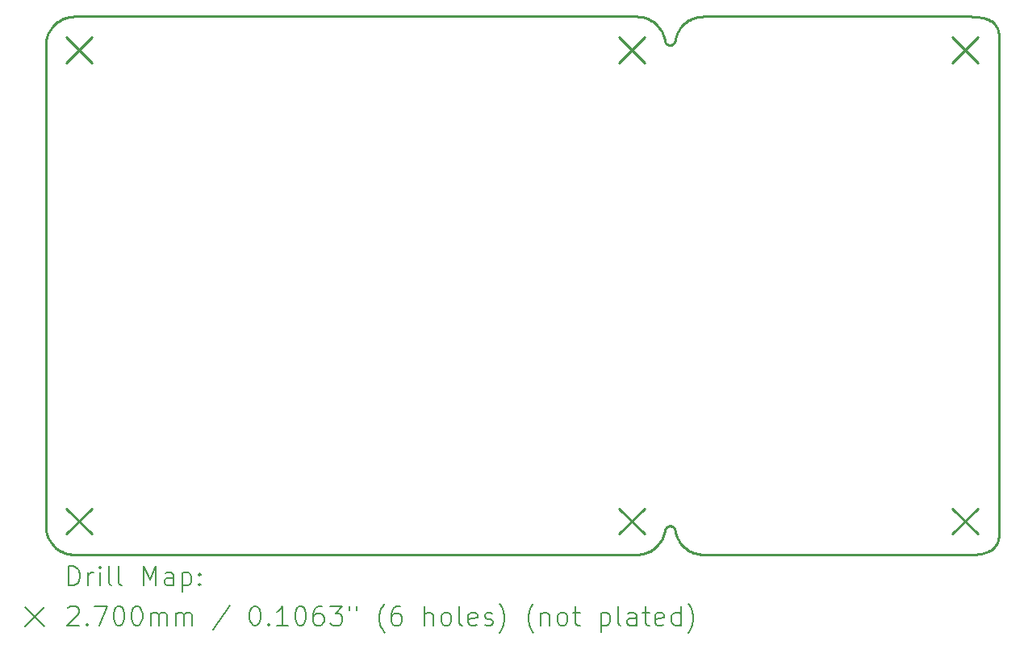
<source format=gbr>
%TF.GenerationSoftware,KiCad,Pcbnew,6.0.7-1.fc36*%
%TF.CreationDate,2022-08-13T19:35:49+02:00*%
%TF.ProjectId,drahtlos_klingel,64726168-746c-46f7-935f-6b6c696e6765,rev?*%
%TF.SameCoordinates,Original*%
%TF.FileFunction,Drillmap*%
%TF.FilePolarity,Positive*%
%FSLAX45Y45*%
G04 Gerber Fmt 4.5, Leading zero omitted, Abs format (unit mm)*
G04 Created by KiCad (PCBNEW 6.0.7-1.fc36) date 2022-08-13 19:35:49*
%MOMM*%
%LPD*%
G01*
G04 APERTURE LIST*
%ADD10C,0.264583*%
%ADD11C,0.200000*%
%ADD12C,0.270000*%
G04 APERTURE END LIST*
D10*
X9352581Y-7649471D02*
X9355123Y-7649650D01*
X9288059Y-2515099D02*
X9284018Y-2502290D01*
X9398884Y-7680267D02*
X9399880Y-7682483D01*
X9165669Y-7899807D02*
X9176440Y-7892337D01*
X3084517Y-7949008D02*
X3100000Y-7949397D01*
X9345101Y-7649631D02*
X9347540Y-7649466D01*
X9131387Y-7919361D02*
X9143129Y-7913333D01*
X9307263Y-2578383D02*
X9305885Y-2576521D01*
X9395335Y-2574841D02*
X9393975Y-2576825D01*
X9403720Y-2551838D02*
X9403713Y-2551901D01*
X2920284Y-7889949D02*
X2932041Y-7898298D01*
X9143128Y-2335462D02*
X9131387Y-2329433D01*
X2908958Y-7881058D02*
X2920284Y-7889949D01*
X9374021Y-7655017D02*
X9376164Y-7656141D01*
X9241222Y-7828141D02*
X9248793Y-7817436D01*
X12776498Y-2408907D02*
X12770506Y-2398796D01*
X9524968Y-2355859D02*
X9514594Y-2363690D01*
X3024854Y-7939984D02*
X3039392Y-7943323D01*
X9255901Y-2442407D02*
X9248793Y-2431359D01*
X9401576Y-2561727D02*
X9400778Y-2564044D01*
X9504575Y-2371953D02*
X9494926Y-2380634D01*
X9331189Y-2596017D02*
X9329014Y-2595154D01*
X9378248Y-2591439D02*
X9376163Y-2592654D01*
X12740553Y-7884776D02*
X12748901Y-7876906D01*
X9403710Y-7696833D02*
X9403714Y-7696899D01*
X9396609Y-7676000D02*
X9397793Y-7678105D01*
X9558094Y-7913698D02*
X9569757Y-7919661D01*
X9014073Y-2299718D02*
X9000000Y-2299397D01*
X9402858Y-2556959D02*
X9402270Y-2559365D01*
X2800000Y-2599397D02*
X2800000Y-2599397D01*
X12798459Y-7766289D02*
X12799614Y-7751743D01*
X9241222Y-2420654D02*
X9233202Y-2410304D01*
X9700000Y-2299397D02*
X9700000Y-2299397D01*
X9606421Y-2314310D02*
X9593934Y-2318727D01*
X9248793Y-2431359D02*
X9241222Y-2420654D01*
X2887675Y-7861722D02*
X2898083Y-7871643D01*
X2823503Y-2482407D02*
X2818146Y-2496041D01*
X9055213Y-2304425D02*
X9041694Y-2302246D01*
X12643226Y-2315298D02*
X12630287Y-2312097D01*
X12712325Y-2343517D02*
X12701918Y-2337674D01*
X12800003Y-5124398D02*
X12800003Y-5124398D01*
X2996644Y-7931251D02*
X3010598Y-7935954D01*
X9262534Y-7795013D02*
X9268675Y-7783322D01*
X9700000Y-2299397D02*
X9686066Y-2299716D01*
X9476792Y-7849602D02*
X9485661Y-7859077D01*
X9403708Y-7696767D02*
X9403708Y-7696767D01*
X2829495Y-7779684D02*
X2836105Y-7792623D01*
X9494926Y-7868162D02*
X9504575Y-7876843D01*
X9335672Y-2597462D02*
X9333409Y-2596787D01*
X9304585Y-7674197D02*
X9305885Y-7672274D01*
X9206590Y-2381530D02*
X9196915Y-2372743D01*
X9119350Y-7924881D02*
X9131387Y-7919361D01*
X9581708Y-7925123D02*
X9593934Y-7930069D01*
X9297262Y-7691488D02*
X9297855Y-7689163D01*
X9027976Y-2300673D02*
X9014073Y-2299718D01*
X9206590Y-7867265D02*
X9215872Y-7858067D01*
X9288059Y-7733696D02*
X9291540Y-7720642D01*
X9324807Y-2593157D02*
X9322781Y-2592029D01*
X9186860Y-2364380D02*
X9176440Y-2356458D01*
X9268675Y-2465472D02*
X9262533Y-2453782D01*
X9274312Y-7771332D02*
X9279431Y-7759055D01*
X9384130Y-2587271D02*
X9382235Y-2588745D01*
X9324808Y-7655637D02*
X9326886Y-7654595D01*
X9385958Y-2585717D02*
X9384130Y-2587271D01*
X9313508Y-2585178D02*
X9311842Y-2583582D01*
X9311842Y-2583582D02*
X9310244Y-2581916D01*
X12655790Y-2318906D02*
X12643226Y-2315298D01*
X9382235Y-7660049D02*
X9384131Y-7661523D01*
X9317036Y-7660644D02*
X9318893Y-7659271D01*
X9396609Y-2572795D02*
X9395335Y-2574841D01*
X2800000Y-7649397D02*
X2800389Y-7664881D01*
X9196915Y-2372743D02*
X9186860Y-2364380D01*
X9403740Y-7697093D02*
X9403752Y-7697155D01*
X9331190Y-7652778D02*
X9333410Y-7652008D01*
X9308718Y-7668613D02*
X9310245Y-7666879D01*
X9248793Y-7817436D02*
X9255902Y-7806388D01*
X12756689Y-7868495D02*
X12763896Y-7859531D01*
X3100000Y-7949397D02*
X3100000Y-7949397D01*
X12500000Y-7949398D02*
X12500000Y-7949398D01*
X9081602Y-7938252D02*
X9094443Y-7934340D01*
X2813443Y-2509995D02*
X2809413Y-2524251D01*
X9546732Y-7907247D02*
X9558094Y-7913698D01*
X12786558Y-7817872D02*
X12790589Y-7805940D01*
X9337975Y-7650755D02*
X9340316Y-7650277D01*
X9403707Y-2552028D02*
X9403338Y-2554512D01*
X9186860Y-7884414D02*
X9196915Y-7876052D01*
X9398884Y-2568528D02*
X9397793Y-2570690D01*
X9347540Y-2599328D02*
X9345100Y-2599164D01*
X9367273Y-2596571D02*
X9364926Y-2597301D01*
X12790589Y-7805940D02*
X12793928Y-7793374D01*
X12691042Y-7916490D02*
X12701918Y-7911121D01*
X12770506Y-7850000D02*
X12776498Y-7839889D01*
X9426959Y-7773526D02*
X9432670Y-7785341D01*
X9360102Y-2598444D02*
X9357630Y-2598851D01*
X9409302Y-7723620D02*
X9412911Y-7736465D01*
X9296766Y-2554941D02*
X9296766Y-2554941D01*
X2920284Y-2358845D02*
X2908958Y-2367737D01*
X9301173Y-2568489D02*
X9300206Y-2566346D01*
X2983009Y-2322900D02*
X2969713Y-2328893D01*
X9305885Y-2576521D02*
X9304584Y-2574598D01*
X9081602Y-2310543D02*
X9068521Y-2307195D01*
X9296766Y-2554941D02*
X9294447Y-2541438D01*
X9329015Y-7653641D02*
X9331190Y-7652778D01*
X12616991Y-7939506D02*
X12643226Y-7933498D01*
X9417065Y-2499722D02*
X9412910Y-2512331D01*
X9403707Y-2552028D02*
X9403707Y-2552028D01*
X9342691Y-2598893D02*
X9340315Y-2598517D01*
X9376163Y-2592654D02*
X9374021Y-2593777D01*
X9397793Y-2570690D02*
X9396609Y-2572795D01*
X9403708Y-7696767D02*
X9403708Y-7696800D01*
X9460298Y-7829538D02*
X9468333Y-7839751D01*
X2932041Y-2350497D02*
X2920284Y-2358845D01*
X9297261Y-2557307D02*
X9296766Y-2554941D01*
X9546732Y-2341549D02*
X9535685Y-2348474D01*
X2956774Y-7913293D02*
X2969713Y-7919902D01*
X9279431Y-2489740D02*
X9274312Y-2477463D01*
X9445554Y-2440716D02*
X9438873Y-2451932D01*
X9215872Y-7858067D02*
X9224748Y-7848470D01*
X9224748Y-2400324D02*
X9215872Y-2390728D01*
X9296767Y-7693854D02*
X9297262Y-7691488D01*
X3039392Y-7943323D02*
X3054194Y-7945953D01*
X9403708Y-7696800D02*
X9403710Y-7696833D01*
X12530758Y-2299962D02*
X12500000Y-2299397D01*
X9176440Y-7892337D02*
X9186860Y-7884414D01*
X3010598Y-2312841D02*
X2996644Y-2317544D01*
X2800000Y-2599397D02*
X2800000Y-5124398D01*
X9362535Y-7650868D02*
X9364926Y-7651494D01*
X9412911Y-7736465D02*
X9417066Y-7749074D01*
X12800003Y-2512287D02*
X12799614Y-2497053D01*
X9403714Y-7696899D02*
X9403721Y-7696964D01*
X9094443Y-2314455D02*
X9081602Y-2310543D01*
X9294447Y-7707356D02*
X9296767Y-7693854D01*
X9041694Y-7946549D02*
X9055213Y-7944370D01*
X9352580Y-2599324D02*
X9350008Y-2599384D01*
X9233202Y-2410304D02*
X9224748Y-2400324D01*
X12589402Y-2304802D02*
X12560608Y-2301728D01*
X2836105Y-7792623D02*
X2843312Y-7805187D01*
X9417066Y-7749074D02*
X9421753Y-7761432D01*
X9452701Y-7818976D02*
X9460298Y-7829538D01*
X2996644Y-2317544D02*
X2983009Y-2322900D01*
X12701918Y-2337674D02*
X12691042Y-2332305D01*
X2800000Y-7649397D02*
X2800000Y-7649397D01*
X9403740Y-2551711D02*
X9403729Y-2551774D01*
X9402270Y-2559365D02*
X9401576Y-2561727D01*
X12589402Y-7943994D02*
X12616991Y-7939506D01*
X9485660Y-2389719D02*
X9476791Y-2399194D01*
X9380273Y-7658659D02*
X9382235Y-7660049D01*
X2898083Y-7871643D02*
X2908958Y-7881058D01*
X12793928Y-2455421D02*
X12790589Y-2442856D01*
X12560608Y-7947068D02*
X12589402Y-7943994D01*
X12781855Y-7829184D02*
X12786558Y-7817872D01*
X9310244Y-2581916D02*
X9308717Y-2580182D01*
X2944211Y-7906085D02*
X2956774Y-7913293D01*
X2801543Y-7680155D02*
X2803444Y-7695203D01*
X9000000Y-2299397D02*
X3100000Y-2299397D01*
X9320809Y-7657978D02*
X9322781Y-7656766D01*
X9268675Y-7783322D02*
X9274312Y-7771332D01*
X9360103Y-7650351D02*
X9362535Y-7650868D01*
X9645313Y-2304379D02*
X9632124Y-2307122D01*
X12799614Y-7751743D02*
X12800003Y-7736509D01*
X9299330Y-2564154D02*
X9298545Y-2561916D01*
X3054194Y-2302842D02*
X3039392Y-2305471D01*
X12530758Y-7948833D02*
X12560608Y-7947068D01*
X2851100Y-2431438D02*
X2843312Y-2443608D01*
X9296767Y-7693854D02*
X9296767Y-7693854D01*
X9494926Y-2380634D02*
X9485660Y-2389719D01*
X12770506Y-2398796D02*
X12763896Y-2389265D01*
X9406253Y-2538244D02*
X9403777Y-2551521D01*
X9412910Y-2512331D02*
X9409302Y-2525176D01*
X12781855Y-2419612D02*
X12776498Y-2408907D01*
X9672297Y-2300661D02*
X9658709Y-2302220D01*
X2859448Y-2419681D02*
X2851100Y-2431438D01*
X9393975Y-7671970D02*
X9395336Y-7673954D01*
X9387714Y-2584084D02*
X9385958Y-2585717D01*
X9304584Y-2574598D02*
X9303364Y-2572617D01*
X9311842Y-7665213D02*
X9313508Y-7663617D01*
X9645313Y-7944417D02*
X9658709Y-7946576D01*
X9262533Y-2453782D02*
X9255901Y-2442407D01*
X12630287Y-2312097D02*
X12616991Y-2309289D01*
X9315240Y-2586702D02*
X9313508Y-2585178D01*
X9438873Y-7796864D02*
X9445555Y-7808080D01*
X9485661Y-7859077D02*
X9494926Y-7868162D01*
X9274312Y-2477463D02*
X9268675Y-2465472D01*
X9421753Y-7761432D02*
X9426959Y-7773526D01*
X9320808Y-2590817D02*
X9318892Y-2589524D01*
X9000000Y-7949397D02*
X9000000Y-7949397D01*
X9301173Y-7680306D02*
X9302226Y-7678215D01*
X9300207Y-7682449D02*
X9301173Y-7680306D01*
X9367273Y-7652224D02*
X9369573Y-7653056D01*
X3100000Y-2299397D02*
X3100000Y-2299397D01*
X2868339Y-7840439D02*
X2877754Y-7851315D01*
X12731661Y-2356676D02*
X12722246Y-2349847D01*
X9364926Y-7651494D02*
X9367273Y-7652224D01*
X9300206Y-2566346D02*
X9299330Y-2564154D01*
X9369573Y-2595738D02*
X9367273Y-2596571D01*
X9299330Y-7684641D02*
X9300207Y-7682449D01*
X9402271Y-7689430D02*
X9402859Y-7691836D01*
X9014073Y-7949076D02*
X9027976Y-7948122D01*
X9399880Y-7682483D02*
X9400778Y-7684751D01*
X12740553Y-2364020D02*
X12731661Y-2356676D01*
X9385958Y-7663078D02*
X9387714Y-7664710D01*
X12722246Y-7898949D02*
X12731661Y-7892119D01*
X9569757Y-7919661D02*
X9581708Y-7925123D01*
X9347540Y-7649466D02*
X9350008Y-7649411D01*
X9284018Y-7746505D02*
X9288059Y-7733696D01*
X9374021Y-2593777D02*
X9371823Y-2594806D01*
X9403339Y-7694282D02*
X9403708Y-7696767D01*
X9658709Y-7946576D02*
X9672297Y-7948134D01*
X12800003Y-5124398D02*
X12800003Y-2512287D01*
X2806074Y-7710006D02*
X2809413Y-7724544D01*
X9233202Y-7838491D02*
X9241222Y-7828141D01*
X12731661Y-7892119D02*
X12740553Y-7884776D01*
X9514594Y-2363690D02*
X9504575Y-2371953D01*
X9476791Y-2399194D02*
X9468332Y-2409045D01*
X9460297Y-2419258D02*
X9452700Y-2429820D01*
X12748901Y-7876906D02*
X12756689Y-7868495D01*
X9107030Y-2318916D02*
X9094443Y-2314455D01*
X9000000Y-2299397D02*
X9000000Y-2299397D01*
X2800389Y-2583914D02*
X2800000Y-2599397D01*
X9632124Y-2307122D02*
X9619156Y-2310438D01*
X9403777Y-2551521D02*
X9403752Y-2551648D01*
X2843312Y-7805187D02*
X2851100Y-7817356D01*
X9322781Y-2592029D02*
X9320808Y-2590817D01*
X12796558Y-2468634D02*
X12793928Y-2455421D01*
X9452700Y-2429820D02*
X9445554Y-2440716D01*
X2868339Y-2408356D02*
X2859448Y-2419681D01*
X2809413Y-2524251D02*
X2806074Y-2538789D01*
X9305885Y-7672274D02*
X9307264Y-7670412D01*
X9403338Y-2554512D02*
X9402858Y-2556959D01*
X9357630Y-2598851D02*
X9355122Y-2599145D01*
X2818146Y-7752754D02*
X2823503Y-7766388D01*
X9068521Y-7941600D02*
X9081602Y-7938252D01*
X3054194Y-7945953D02*
X3069242Y-7947854D01*
X9255902Y-7806388D02*
X9262534Y-7795013D01*
X12763896Y-7859531D02*
X12770506Y-7850000D01*
X9403713Y-2551901D02*
X9403709Y-2551964D01*
X12560608Y-2301728D02*
X12530758Y-2299962D01*
X9055213Y-7944370D02*
X9068521Y-7941600D01*
X12679716Y-2327396D02*
X12667959Y-2322935D01*
X9294447Y-2541438D02*
X9291540Y-2528153D01*
X9318893Y-7659271D02*
X9320809Y-7657978D01*
X9350008Y-7649411D02*
X9350008Y-7649411D01*
X3100000Y-7949397D02*
X9000000Y-7949397D01*
X9094443Y-7934340D02*
X9107030Y-7929879D01*
X2932041Y-7898298D02*
X2944211Y-7906085D01*
X9401576Y-7687067D02*
X9402271Y-7689430D01*
X9107030Y-7929879D02*
X9119350Y-7924881D01*
X9403708Y-2551996D02*
X9403707Y-2552028D01*
X9308717Y-2580182D02*
X9307263Y-2578383D01*
X9350008Y-2599384D02*
X9350008Y-2599384D01*
X9406254Y-7710552D02*
X9409302Y-7723620D01*
X3100000Y-2299397D02*
X3084517Y-2299786D01*
X2829495Y-2469111D02*
X2823503Y-2482407D01*
X9378249Y-7657356D02*
X9380273Y-7658659D01*
X9426958Y-2475270D02*
X9421752Y-2487364D01*
X2887675Y-2387072D02*
X2877754Y-2397480D01*
X2843312Y-2443608D02*
X2836105Y-2456172D01*
X2969713Y-7919902D02*
X2983009Y-7925894D01*
X9403709Y-2551964D02*
X9403708Y-2551996D01*
X2803444Y-7695203D02*
X2806074Y-7710006D01*
X9000000Y-7949397D02*
X9014073Y-7949076D01*
X9393975Y-2576825D02*
X9392530Y-2578743D01*
X12748901Y-2371890D02*
X12740553Y-2364020D01*
X9432670Y-7785341D02*
X9438873Y-7796864D01*
X2806074Y-2538789D02*
X2803444Y-2553591D01*
X9027976Y-7948122D02*
X9041694Y-7946549D01*
X9686066Y-2299716D02*
X9672297Y-2300661D01*
X9581708Y-2323673D02*
X9569756Y-2329135D01*
X9445555Y-7808080D02*
X9452701Y-7818976D01*
X9317035Y-2588151D02*
X9315240Y-2586702D01*
X9196915Y-7876052D02*
X9206590Y-7867265D01*
X9297855Y-2559632D02*
X9297261Y-2557307D01*
X9382235Y-2588745D02*
X9380273Y-2590135D01*
X9279431Y-7759055D02*
X9284018Y-7746505D01*
X12667959Y-7925861D02*
X12691042Y-7916490D01*
X9165669Y-2348987D02*
X9154561Y-2341984D01*
X9468333Y-7839751D02*
X9476792Y-7849602D01*
X12500000Y-7949398D02*
X12530758Y-7948833D01*
X12500000Y-2299397D02*
X9700000Y-2299397D01*
X9384131Y-7661523D02*
X9385958Y-7663078D01*
X9154561Y-7906811D02*
X9165669Y-7899807D01*
X12763896Y-2389265D02*
X12756689Y-2380301D01*
X9569756Y-2329135D02*
X9558093Y-2335098D01*
X9176440Y-2356458D02*
X9165669Y-2348987D01*
X9400778Y-7684751D02*
X9401576Y-7687067D01*
X9371823Y-7653988D02*
X9374021Y-7655017D01*
X9399880Y-2566311D02*
X9398884Y-2568528D01*
X12798459Y-2482507D02*
X12796558Y-2468634D01*
X9335673Y-7651332D02*
X9337975Y-7650755D01*
X9432669Y-2463455D02*
X9426958Y-2475270D01*
X2836105Y-2456172D02*
X2829495Y-2469111D01*
X9619156Y-7938358D02*
X9632124Y-7941673D01*
X9593934Y-7930069D02*
X9606421Y-7934485D01*
X12667959Y-2322935D02*
X12655790Y-2318906D01*
X12800003Y-7736509D02*
X12800003Y-7736509D01*
X12691042Y-2332305D02*
X12679716Y-2327396D01*
X3010598Y-7935954D02*
X3024854Y-7939984D01*
X12799614Y-2497053D02*
X12798459Y-2482507D01*
X12796558Y-7780162D02*
X12798459Y-7766289D01*
X2877754Y-7851315D02*
X2887675Y-7861722D01*
X12500000Y-2299397D02*
X12500000Y-2299397D01*
X9376164Y-7656141D02*
X9378249Y-7657356D01*
X12616991Y-2309289D02*
X12589402Y-2304802D01*
X9369573Y-7653056D02*
X9371823Y-7653988D01*
X2983009Y-7925894D02*
X2996644Y-7931251D01*
X9392530Y-7670051D02*
X9393975Y-7671970D01*
X9403752Y-7697155D02*
X9403765Y-7697216D01*
X9350008Y-7649411D02*
X9352581Y-7649471D01*
X9298545Y-2561916D02*
X9297855Y-2559632D01*
X9355123Y-7649650D02*
X9357631Y-7649944D01*
X9392530Y-2578743D02*
X9391003Y-2580595D01*
X9154561Y-2341984D02*
X9143128Y-2335462D01*
X9143129Y-7913333D02*
X9154561Y-7906811D01*
X9307264Y-7670412D02*
X9308718Y-7668613D01*
X2969713Y-2328893D02*
X2956774Y-2335502D01*
X9068521Y-2307195D02*
X9055213Y-2304425D01*
X9313508Y-7663617D02*
X9315240Y-7662093D01*
X2809413Y-7724544D02*
X2813443Y-7738799D01*
X9357631Y-7649944D02*
X9360103Y-7650351D01*
X9333410Y-7652008D02*
X9335673Y-7651332D01*
X9524969Y-7892937D02*
X9535686Y-7900321D01*
X3069242Y-7947854D02*
X3084517Y-7949008D01*
X2956774Y-2335502D02*
X2944211Y-2342710D01*
X9400778Y-2564044D02*
X9399880Y-2566311D01*
X2877754Y-2397480D02*
X2868339Y-2408356D01*
X9224748Y-7848470D02*
X9233202Y-7838491D01*
X9658709Y-2302220D02*
X9645313Y-2304379D01*
X2823503Y-7766388D02*
X2829495Y-7779684D01*
X9504575Y-7876843D02*
X9514594Y-7885106D01*
X9672297Y-7948134D02*
X9686066Y-7949080D01*
X9302226Y-2570580D02*
X9301173Y-2568489D01*
X9364926Y-2597301D02*
X9362535Y-2597926D01*
X2800389Y-7664881D02*
X2801543Y-7680155D01*
X9438873Y-2451932D02*
X9432669Y-2463455D01*
X2803444Y-2553591D02*
X2801543Y-2568639D01*
X9310245Y-7666879D02*
X9311842Y-7665213D01*
X9468332Y-2409045D02*
X9460297Y-2419258D01*
X2813443Y-7738799D02*
X2818146Y-7752754D01*
X9606421Y-7934485D02*
X9619156Y-7938358D01*
X3024854Y-2308810D02*
X3010598Y-2312841D01*
X9403721Y-7696964D02*
X9403730Y-7697029D01*
X9395336Y-7673954D02*
X9396609Y-7676000D01*
X9302226Y-7678215D02*
X9303364Y-7676178D01*
X12756689Y-2380301D02*
X12748901Y-2371890D01*
X9303364Y-2572617D02*
X9302226Y-2570580D01*
X3084517Y-2299786D02*
X3069242Y-2300941D01*
X9342692Y-7649902D02*
X9345101Y-7649631D01*
X9387714Y-7664710D02*
X9389397Y-7666419D01*
X9350008Y-2599384D02*
X9347540Y-2599328D01*
X9041694Y-2302246D02*
X9027976Y-2300673D01*
X9326886Y-2594200D02*
X9324807Y-2593157D01*
X9403752Y-2551648D02*
X9403740Y-2551711D01*
X12722246Y-2349847D02*
X12712325Y-2343517D01*
X12712325Y-7905279D02*
X12722246Y-7898949D01*
X9403765Y-7697216D02*
X9403778Y-7697275D01*
X2800000Y-5124398D02*
X2800000Y-5124398D01*
X9686066Y-7949080D02*
X9700000Y-7949398D01*
X9329014Y-2595154D02*
X9326886Y-2594200D01*
X9337975Y-2598040D02*
X9335672Y-2597462D01*
X9700000Y-7949398D02*
X9700000Y-7949398D01*
X9340316Y-7650277D02*
X9342692Y-7649902D01*
X9403778Y-7697275D02*
X9406254Y-7710552D01*
X9535686Y-7900321D02*
X9546732Y-7907247D01*
X9131387Y-2329433D02*
X9119349Y-2323914D01*
X9284018Y-2502290D02*
X9279431Y-2489740D01*
X12643226Y-7933498D02*
X12667959Y-7925861D01*
X9409302Y-2525176D02*
X9406253Y-2538244D01*
X2801543Y-2568639D02*
X2800389Y-2583914D01*
X12800003Y-7736509D02*
X12800003Y-5124398D01*
X9700000Y-7949398D02*
X12500000Y-7949398D01*
X9322781Y-7656766D02*
X9324808Y-7655637D01*
X9403777Y-2551521D02*
X9403777Y-2551521D01*
X9402859Y-7691836D02*
X9403339Y-7694282D01*
X9291540Y-7720642D02*
X9294447Y-7707356D01*
X9119349Y-2323914D02*
X9107030Y-2318916D01*
X9326886Y-7654595D02*
X9329015Y-7653641D01*
X9403729Y-2551774D02*
X9403720Y-2551838D01*
X9297855Y-7689163D02*
X9298546Y-7686879D01*
X9535685Y-2348474D02*
X9524968Y-2355859D01*
X2800000Y-5124398D02*
X2800000Y-7649397D01*
X9389397Y-2582376D02*
X9387714Y-2584084D01*
X9340315Y-2598517D02*
X9337975Y-2598040D01*
X9371823Y-2594806D02*
X9369573Y-2595738D01*
X9380273Y-2590135D02*
X9378248Y-2591439D01*
X9421752Y-2487364D02*
X9417065Y-2499722D01*
X9403730Y-7697029D02*
X9403740Y-7697093D01*
X9362535Y-2597926D02*
X9360102Y-2598444D01*
X2859448Y-7829113D02*
X2868339Y-7840439D01*
X9333409Y-2596787D02*
X9331189Y-2596017D01*
X12793928Y-7793374D02*
X12796558Y-7780162D01*
X9593934Y-2318727D02*
X9581708Y-2323673D01*
X9345100Y-2599164D02*
X9342691Y-2598893D01*
X9303364Y-7676178D02*
X9304585Y-7674197D01*
X2851100Y-7817356D02*
X2859448Y-7829113D01*
X9632124Y-7941673D02*
X9645313Y-7944417D01*
X2898083Y-2377152D02*
X2887675Y-2387072D01*
X12790589Y-2442856D02*
X12786558Y-2430924D01*
X9391003Y-7668200D02*
X9392530Y-7670051D01*
X9403778Y-7697275D02*
X9403778Y-7697275D01*
X12786558Y-2430924D02*
X12781855Y-2419612D01*
X9391003Y-2580595D02*
X9389397Y-2582376D01*
X9514594Y-7885106D02*
X9524969Y-7892937D01*
X2908958Y-2367737D02*
X2898083Y-2377152D01*
X12776498Y-7839889D02*
X12781855Y-7829184D01*
X9619156Y-2310438D02*
X9606421Y-2314310D01*
X9558093Y-2335098D02*
X9546732Y-2341549D01*
X3069242Y-2300941D02*
X3054194Y-2302842D01*
X9291540Y-2528153D02*
X9288059Y-2515099D01*
X9355122Y-2599145D02*
X9352580Y-2599324D01*
X9318892Y-2589524D02*
X9317035Y-2588151D01*
X9215872Y-2390728D02*
X9206590Y-2381530D01*
X2944211Y-2342710D02*
X2932041Y-2350497D01*
X9389397Y-7666419D02*
X9391003Y-7668200D01*
X9298546Y-7686879D02*
X9299330Y-7684641D01*
X12701918Y-7911121D02*
X12712325Y-7905279D01*
X9397793Y-7678105D02*
X9398884Y-7680267D01*
X9315240Y-7662093D02*
X9317036Y-7660644D01*
X2818146Y-2496041D02*
X2813443Y-2509995D01*
X3039392Y-2305471D02*
X3024854Y-2308810D01*
D11*
D12*
X3015000Y-2515000D02*
X3285000Y-2785000D01*
X3285000Y-2515000D02*
X3015000Y-2785000D01*
X3015000Y-7465000D02*
X3285000Y-7735000D01*
X3285000Y-7465000D02*
X3015000Y-7735000D01*
X8815000Y-2515000D02*
X9085000Y-2785000D01*
X9085000Y-2515000D02*
X8815000Y-2785000D01*
X8815000Y-7465000D02*
X9085000Y-7735000D01*
X9085000Y-7465000D02*
X8815000Y-7735000D01*
X12315000Y-2515000D02*
X12585000Y-2785000D01*
X12585000Y-2515000D02*
X12315000Y-2785000D01*
X12315000Y-7465000D02*
X12585000Y-7735000D01*
X12585000Y-7465000D02*
X12315000Y-7735000D01*
D11*
X3044390Y-8273104D02*
X3044390Y-8073104D01*
X3092009Y-8073104D01*
X3120580Y-8082627D01*
X3139628Y-8101675D01*
X3149152Y-8120723D01*
X3158676Y-8158818D01*
X3158676Y-8187389D01*
X3149152Y-8225485D01*
X3139628Y-8244532D01*
X3120580Y-8263580D01*
X3092009Y-8273104D01*
X3044390Y-8273104D01*
X3244390Y-8273104D02*
X3244390Y-8139770D01*
X3244390Y-8177865D02*
X3253914Y-8158818D01*
X3263437Y-8149294D01*
X3282485Y-8139770D01*
X3301533Y-8139770D01*
X3368199Y-8273104D02*
X3368199Y-8139770D01*
X3368199Y-8073104D02*
X3358676Y-8082627D01*
X3368199Y-8092151D01*
X3377723Y-8082627D01*
X3368199Y-8073104D01*
X3368199Y-8092151D01*
X3492009Y-8273104D02*
X3472961Y-8263580D01*
X3463437Y-8244532D01*
X3463437Y-8073104D01*
X3596771Y-8273104D02*
X3577723Y-8263580D01*
X3568199Y-8244532D01*
X3568199Y-8073104D01*
X3825342Y-8273104D02*
X3825342Y-8073104D01*
X3892009Y-8215961D01*
X3958676Y-8073104D01*
X3958676Y-8273104D01*
X4139628Y-8273104D02*
X4139628Y-8168342D01*
X4130104Y-8149294D01*
X4111057Y-8139770D01*
X4072961Y-8139770D01*
X4053914Y-8149294D01*
X4139628Y-8263580D02*
X4120580Y-8273104D01*
X4072961Y-8273104D01*
X4053914Y-8263580D01*
X4044390Y-8244532D01*
X4044390Y-8225485D01*
X4053914Y-8206437D01*
X4072961Y-8196913D01*
X4120580Y-8196913D01*
X4139628Y-8187389D01*
X4234866Y-8139770D02*
X4234866Y-8339770D01*
X4234866Y-8149294D02*
X4253914Y-8139770D01*
X4292009Y-8139770D01*
X4311057Y-8149294D01*
X4320580Y-8158818D01*
X4330104Y-8177865D01*
X4330104Y-8235008D01*
X4320580Y-8254056D01*
X4311057Y-8263580D01*
X4292009Y-8273104D01*
X4253914Y-8273104D01*
X4234866Y-8263580D01*
X4415819Y-8254056D02*
X4425342Y-8263580D01*
X4415819Y-8273104D01*
X4406295Y-8263580D01*
X4415819Y-8254056D01*
X4415819Y-8273104D01*
X4415819Y-8149294D02*
X4425342Y-8158818D01*
X4415819Y-8168342D01*
X4406295Y-8158818D01*
X4415819Y-8149294D01*
X4415819Y-8168342D01*
X2586771Y-8502628D02*
X2786771Y-8702628D01*
X2786771Y-8502628D02*
X2586771Y-8702628D01*
X3034866Y-8512151D02*
X3044390Y-8502628D01*
X3063437Y-8493104D01*
X3111057Y-8493104D01*
X3130104Y-8502628D01*
X3139628Y-8512151D01*
X3149152Y-8531199D01*
X3149152Y-8550247D01*
X3139628Y-8578818D01*
X3025342Y-8693104D01*
X3149152Y-8693104D01*
X3234866Y-8674056D02*
X3244390Y-8683580D01*
X3234866Y-8693104D01*
X3225342Y-8683580D01*
X3234866Y-8674056D01*
X3234866Y-8693104D01*
X3311057Y-8493104D02*
X3444390Y-8493104D01*
X3358676Y-8693104D01*
X3558676Y-8493104D02*
X3577723Y-8493104D01*
X3596771Y-8502628D01*
X3606295Y-8512151D01*
X3615818Y-8531199D01*
X3625342Y-8569294D01*
X3625342Y-8616913D01*
X3615818Y-8655008D01*
X3606295Y-8674056D01*
X3596771Y-8683580D01*
X3577723Y-8693104D01*
X3558676Y-8693104D01*
X3539628Y-8683580D01*
X3530104Y-8674056D01*
X3520580Y-8655008D01*
X3511057Y-8616913D01*
X3511057Y-8569294D01*
X3520580Y-8531199D01*
X3530104Y-8512151D01*
X3539628Y-8502628D01*
X3558676Y-8493104D01*
X3749152Y-8493104D02*
X3768199Y-8493104D01*
X3787247Y-8502628D01*
X3796771Y-8512151D01*
X3806295Y-8531199D01*
X3815818Y-8569294D01*
X3815818Y-8616913D01*
X3806295Y-8655008D01*
X3796771Y-8674056D01*
X3787247Y-8683580D01*
X3768199Y-8693104D01*
X3749152Y-8693104D01*
X3730104Y-8683580D01*
X3720580Y-8674056D01*
X3711057Y-8655008D01*
X3701533Y-8616913D01*
X3701533Y-8569294D01*
X3711057Y-8531199D01*
X3720580Y-8512151D01*
X3730104Y-8502628D01*
X3749152Y-8493104D01*
X3901533Y-8693104D02*
X3901533Y-8559770D01*
X3901533Y-8578818D02*
X3911057Y-8569294D01*
X3930104Y-8559770D01*
X3958676Y-8559770D01*
X3977723Y-8569294D01*
X3987247Y-8588342D01*
X3987247Y-8693104D01*
X3987247Y-8588342D02*
X3996771Y-8569294D01*
X4015818Y-8559770D01*
X4044390Y-8559770D01*
X4063437Y-8569294D01*
X4072961Y-8588342D01*
X4072961Y-8693104D01*
X4168199Y-8693104D02*
X4168199Y-8559770D01*
X4168199Y-8578818D02*
X4177723Y-8569294D01*
X4196771Y-8559770D01*
X4225342Y-8559770D01*
X4244390Y-8569294D01*
X4253914Y-8588342D01*
X4253914Y-8693104D01*
X4253914Y-8588342D02*
X4263438Y-8569294D01*
X4282485Y-8559770D01*
X4311057Y-8559770D01*
X4330104Y-8569294D01*
X4339628Y-8588342D01*
X4339628Y-8693104D01*
X4730104Y-8483580D02*
X4558676Y-8740723D01*
X4987247Y-8493104D02*
X5006295Y-8493104D01*
X5025342Y-8502628D01*
X5034866Y-8512151D01*
X5044390Y-8531199D01*
X5053914Y-8569294D01*
X5053914Y-8616913D01*
X5044390Y-8655008D01*
X5034866Y-8674056D01*
X5025342Y-8683580D01*
X5006295Y-8693104D01*
X4987247Y-8693104D01*
X4968199Y-8683580D01*
X4958676Y-8674056D01*
X4949152Y-8655008D01*
X4939628Y-8616913D01*
X4939628Y-8569294D01*
X4949152Y-8531199D01*
X4958676Y-8512151D01*
X4968199Y-8502628D01*
X4987247Y-8493104D01*
X5139628Y-8674056D02*
X5149152Y-8683580D01*
X5139628Y-8693104D01*
X5130104Y-8683580D01*
X5139628Y-8674056D01*
X5139628Y-8693104D01*
X5339628Y-8693104D02*
X5225342Y-8693104D01*
X5282485Y-8693104D02*
X5282485Y-8493104D01*
X5263438Y-8521675D01*
X5244390Y-8540723D01*
X5225342Y-8550247D01*
X5463438Y-8493104D02*
X5482485Y-8493104D01*
X5501533Y-8502628D01*
X5511057Y-8512151D01*
X5520580Y-8531199D01*
X5530104Y-8569294D01*
X5530104Y-8616913D01*
X5520580Y-8655008D01*
X5511057Y-8674056D01*
X5501533Y-8683580D01*
X5482485Y-8693104D01*
X5463438Y-8693104D01*
X5444390Y-8683580D01*
X5434866Y-8674056D01*
X5425342Y-8655008D01*
X5415819Y-8616913D01*
X5415819Y-8569294D01*
X5425342Y-8531199D01*
X5434866Y-8512151D01*
X5444390Y-8502628D01*
X5463438Y-8493104D01*
X5701533Y-8493104D02*
X5663437Y-8493104D01*
X5644390Y-8502628D01*
X5634866Y-8512151D01*
X5615818Y-8540723D01*
X5606295Y-8578818D01*
X5606295Y-8655008D01*
X5615818Y-8674056D01*
X5625342Y-8683580D01*
X5644390Y-8693104D01*
X5682485Y-8693104D01*
X5701533Y-8683580D01*
X5711057Y-8674056D01*
X5720580Y-8655008D01*
X5720580Y-8607389D01*
X5711057Y-8588342D01*
X5701533Y-8578818D01*
X5682485Y-8569294D01*
X5644390Y-8569294D01*
X5625342Y-8578818D01*
X5615818Y-8588342D01*
X5606295Y-8607389D01*
X5787247Y-8493104D02*
X5911057Y-8493104D01*
X5844390Y-8569294D01*
X5872961Y-8569294D01*
X5892009Y-8578818D01*
X5901533Y-8588342D01*
X5911057Y-8607389D01*
X5911057Y-8655008D01*
X5901533Y-8674056D01*
X5892009Y-8683580D01*
X5872961Y-8693104D01*
X5815818Y-8693104D01*
X5796771Y-8683580D01*
X5787247Y-8674056D01*
X5987247Y-8493104D02*
X5987247Y-8531199D01*
X6063437Y-8493104D02*
X6063437Y-8531199D01*
X6358676Y-8769294D02*
X6349152Y-8759770D01*
X6330104Y-8731199D01*
X6320580Y-8712151D01*
X6311057Y-8683580D01*
X6301533Y-8635961D01*
X6301533Y-8597866D01*
X6311057Y-8550247D01*
X6320580Y-8521675D01*
X6330104Y-8502628D01*
X6349152Y-8474056D01*
X6358676Y-8464532D01*
X6520580Y-8493104D02*
X6482485Y-8493104D01*
X6463437Y-8502628D01*
X6453914Y-8512151D01*
X6434866Y-8540723D01*
X6425342Y-8578818D01*
X6425342Y-8655008D01*
X6434866Y-8674056D01*
X6444390Y-8683580D01*
X6463437Y-8693104D01*
X6501533Y-8693104D01*
X6520580Y-8683580D01*
X6530104Y-8674056D01*
X6539628Y-8655008D01*
X6539628Y-8607389D01*
X6530104Y-8588342D01*
X6520580Y-8578818D01*
X6501533Y-8569294D01*
X6463437Y-8569294D01*
X6444390Y-8578818D01*
X6434866Y-8588342D01*
X6425342Y-8607389D01*
X6777723Y-8693104D02*
X6777723Y-8493104D01*
X6863437Y-8693104D02*
X6863437Y-8588342D01*
X6853914Y-8569294D01*
X6834866Y-8559770D01*
X6806295Y-8559770D01*
X6787247Y-8569294D01*
X6777723Y-8578818D01*
X6987247Y-8693104D02*
X6968199Y-8683580D01*
X6958676Y-8674056D01*
X6949152Y-8655008D01*
X6949152Y-8597866D01*
X6958676Y-8578818D01*
X6968199Y-8569294D01*
X6987247Y-8559770D01*
X7015818Y-8559770D01*
X7034866Y-8569294D01*
X7044390Y-8578818D01*
X7053914Y-8597866D01*
X7053914Y-8655008D01*
X7044390Y-8674056D01*
X7034866Y-8683580D01*
X7015818Y-8693104D01*
X6987247Y-8693104D01*
X7168199Y-8693104D02*
X7149152Y-8683580D01*
X7139628Y-8664532D01*
X7139628Y-8493104D01*
X7320580Y-8683580D02*
X7301533Y-8693104D01*
X7263437Y-8693104D01*
X7244390Y-8683580D01*
X7234866Y-8664532D01*
X7234866Y-8588342D01*
X7244390Y-8569294D01*
X7263437Y-8559770D01*
X7301533Y-8559770D01*
X7320580Y-8569294D01*
X7330104Y-8588342D01*
X7330104Y-8607389D01*
X7234866Y-8626437D01*
X7406295Y-8683580D02*
X7425342Y-8693104D01*
X7463437Y-8693104D01*
X7482485Y-8683580D01*
X7492009Y-8664532D01*
X7492009Y-8655008D01*
X7482485Y-8635961D01*
X7463437Y-8626437D01*
X7434866Y-8626437D01*
X7415818Y-8616913D01*
X7406295Y-8597866D01*
X7406295Y-8588342D01*
X7415818Y-8569294D01*
X7434866Y-8559770D01*
X7463437Y-8559770D01*
X7482485Y-8569294D01*
X7558676Y-8769294D02*
X7568199Y-8759770D01*
X7587247Y-8731199D01*
X7596771Y-8712151D01*
X7606295Y-8683580D01*
X7615818Y-8635961D01*
X7615818Y-8597866D01*
X7606295Y-8550247D01*
X7596771Y-8521675D01*
X7587247Y-8502628D01*
X7568199Y-8474056D01*
X7558676Y-8464532D01*
X7920580Y-8769294D02*
X7911057Y-8759770D01*
X7892009Y-8731199D01*
X7882485Y-8712151D01*
X7872961Y-8683580D01*
X7863437Y-8635961D01*
X7863437Y-8597866D01*
X7872961Y-8550247D01*
X7882485Y-8521675D01*
X7892009Y-8502628D01*
X7911057Y-8474056D01*
X7920580Y-8464532D01*
X7996771Y-8559770D02*
X7996771Y-8693104D01*
X7996771Y-8578818D02*
X8006295Y-8569294D01*
X8025342Y-8559770D01*
X8053914Y-8559770D01*
X8072961Y-8569294D01*
X8082485Y-8588342D01*
X8082485Y-8693104D01*
X8206295Y-8693104D02*
X8187247Y-8683580D01*
X8177723Y-8674056D01*
X8168199Y-8655008D01*
X8168199Y-8597866D01*
X8177723Y-8578818D01*
X8187247Y-8569294D01*
X8206295Y-8559770D01*
X8234866Y-8559770D01*
X8253914Y-8569294D01*
X8263437Y-8578818D01*
X8272961Y-8597866D01*
X8272961Y-8655008D01*
X8263437Y-8674056D01*
X8253914Y-8683580D01*
X8234866Y-8693104D01*
X8206295Y-8693104D01*
X8330104Y-8559770D02*
X8406295Y-8559770D01*
X8358676Y-8493104D02*
X8358676Y-8664532D01*
X8368199Y-8683580D01*
X8387247Y-8693104D01*
X8406295Y-8693104D01*
X8625342Y-8559770D02*
X8625342Y-8759770D01*
X8625342Y-8569294D02*
X8644390Y-8559770D01*
X8682485Y-8559770D01*
X8701533Y-8569294D01*
X8711057Y-8578818D01*
X8720580Y-8597866D01*
X8720580Y-8655008D01*
X8711057Y-8674056D01*
X8701533Y-8683580D01*
X8682485Y-8693104D01*
X8644390Y-8693104D01*
X8625342Y-8683580D01*
X8834866Y-8693104D02*
X8815819Y-8683580D01*
X8806295Y-8664532D01*
X8806295Y-8493104D01*
X8996771Y-8693104D02*
X8996771Y-8588342D01*
X8987247Y-8569294D01*
X8968199Y-8559770D01*
X8930104Y-8559770D01*
X8911057Y-8569294D01*
X8996771Y-8683580D02*
X8977723Y-8693104D01*
X8930104Y-8693104D01*
X8911057Y-8683580D01*
X8901533Y-8664532D01*
X8901533Y-8645485D01*
X8911057Y-8626437D01*
X8930104Y-8616913D01*
X8977723Y-8616913D01*
X8996771Y-8607389D01*
X9063438Y-8559770D02*
X9139628Y-8559770D01*
X9092009Y-8493104D02*
X9092009Y-8664532D01*
X9101533Y-8683580D01*
X9120580Y-8693104D01*
X9139628Y-8693104D01*
X9282485Y-8683580D02*
X9263438Y-8693104D01*
X9225342Y-8693104D01*
X9206295Y-8683580D01*
X9196771Y-8664532D01*
X9196771Y-8588342D01*
X9206295Y-8569294D01*
X9225342Y-8559770D01*
X9263438Y-8559770D01*
X9282485Y-8569294D01*
X9292009Y-8588342D01*
X9292009Y-8607389D01*
X9196771Y-8626437D01*
X9463438Y-8693104D02*
X9463438Y-8493104D01*
X9463438Y-8683580D02*
X9444390Y-8693104D01*
X9406295Y-8693104D01*
X9387247Y-8683580D01*
X9377723Y-8674056D01*
X9368199Y-8655008D01*
X9368199Y-8597866D01*
X9377723Y-8578818D01*
X9387247Y-8569294D01*
X9406295Y-8559770D01*
X9444390Y-8559770D01*
X9463438Y-8569294D01*
X9539628Y-8769294D02*
X9549152Y-8759770D01*
X9568199Y-8731199D01*
X9577723Y-8712151D01*
X9587247Y-8683580D01*
X9596771Y-8635961D01*
X9596771Y-8597866D01*
X9587247Y-8550247D01*
X9577723Y-8521675D01*
X9568199Y-8502628D01*
X9549152Y-8474056D01*
X9539628Y-8464532D01*
M02*

</source>
